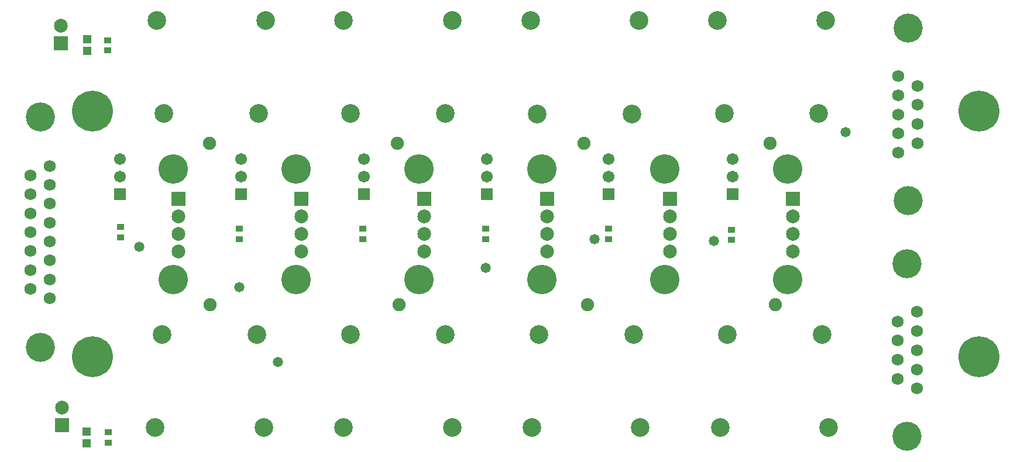
<source format=gts>
G04*
G04 #@! TF.GenerationSoftware,Altium Limited,Altium Designer,20.0.11 (256)*
G04*
G04 Layer_Color=8388736*
%FSLAX25Y25*%
%MOIN*%
G70*
G01*
G75*
%ADD14R,0.04737X0.05131*%
%ADD15R,0.04343X0.03556*%
%ADD16C,0.07493*%
%ADD17C,0.10642*%
%ADD18C,0.07847*%
%ADD19R,0.07847X0.07847*%
%ADD20C,0.06800*%
%ADD21C,0.16548*%
%ADD22R,0.06706X0.06706*%
%ADD23C,0.06706*%
%ADD24C,0.16800*%
%ADD25C,0.23300*%
%ADD26C,0.05800*%
D14*
X76500Y239154D02*
D03*
Y245847D02*
D03*
X76000Y15653D02*
D03*
Y22346D02*
D03*
D15*
X88000Y239547D02*
D03*
Y245453D02*
D03*
X88500Y16047D02*
D03*
Y21953D02*
D03*
X95500Y139000D02*
D03*
X95500Y133095D02*
D03*
X163000Y138000D02*
D03*
Y132095D02*
D03*
X233500Y138000D02*
D03*
Y132095D02*
D03*
X303500Y138000D02*
D03*
X303500Y132095D02*
D03*
X373500Y137953D02*
D03*
Y132047D02*
D03*
X443500Y137453D02*
D03*
Y131547D02*
D03*
D16*
X146000Y186500D02*
D03*
X253000D02*
D03*
X359500D02*
D03*
X465500D02*
D03*
X468500Y94500D02*
D03*
X361500D02*
D03*
X254000D02*
D03*
X146500D02*
D03*
D17*
X173974Y203500D02*
D03*
X120037D02*
D03*
X177911Y256650D02*
D03*
X116100D02*
D03*
X226437Y77650D02*
D03*
X280374D02*
D03*
X222500Y24500D02*
D03*
X284311D02*
D03*
X441000Y77650D02*
D03*
X494937D02*
D03*
X437063Y24500D02*
D03*
X498874D02*
D03*
X333626Y77650D02*
D03*
X387563D02*
D03*
X329689Y24500D02*
D03*
X391500D02*
D03*
X119126Y77650D02*
D03*
X173063D02*
D03*
X115189Y24500D02*
D03*
X177000D02*
D03*
X435300Y256650D02*
D03*
X497111D02*
D03*
X439237Y203500D02*
D03*
X493174D02*
D03*
X328900Y256500D02*
D03*
X390711D02*
D03*
X332837Y203350D02*
D03*
X386774D02*
D03*
X222500Y256650D02*
D03*
X284311D02*
D03*
X226437Y203500D02*
D03*
X280374D02*
D03*
D18*
X62000Y36000D02*
D03*
X61500Y253500D02*
D03*
X478500Y125000D02*
D03*
Y135000D02*
D03*
Y145000D02*
D03*
X408500D02*
D03*
Y135000D02*
D03*
Y125000D02*
D03*
X338500Y145000D02*
D03*
Y135000D02*
D03*
Y125000D02*
D03*
X268500Y145000D02*
D03*
Y135000D02*
D03*
Y125000D02*
D03*
X198500Y145000D02*
D03*
Y135000D02*
D03*
Y125000D02*
D03*
X128500Y145000D02*
D03*
Y135000D02*
D03*
Y125000D02*
D03*
D19*
X62000Y26000D02*
D03*
X61500Y243500D02*
D03*
X478500Y155000D02*
D03*
X408500D02*
D03*
X338500D02*
D03*
X268500D02*
D03*
X198500D02*
D03*
X128500D02*
D03*
D20*
X55181Y162988D02*
D03*
Y152201D02*
D03*
Y141413D02*
D03*
Y130626D02*
D03*
Y119839D02*
D03*
Y109051D02*
D03*
X44000Y103638D02*
D03*
Y114425D02*
D03*
Y125213D02*
D03*
Y168362D02*
D03*
Y157575D02*
D03*
Y146787D02*
D03*
Y136000D02*
D03*
X55181Y173776D02*
D03*
Y98264D02*
D03*
X537910Y52335D02*
D03*
Y63240D02*
D03*
Y74146D02*
D03*
Y85051D02*
D03*
X549090Y90504D02*
D03*
Y79598D02*
D03*
Y46882D02*
D03*
Y57787D02*
D03*
Y68693D02*
D03*
X549500Y219406D02*
D03*
Y208500D02*
D03*
Y197594D02*
D03*
Y186689D02*
D03*
X538319Y181236D02*
D03*
Y192142D02*
D03*
Y224858D02*
D03*
Y213953D02*
D03*
Y203047D02*
D03*
D21*
X49591Y201610D02*
D03*
Y70390D02*
D03*
X543500Y19500D02*
D03*
Y117886D02*
D03*
X543910Y252240D02*
D03*
Y153854D02*
D03*
D22*
X444000Y157500D02*
D03*
X373500D02*
D03*
X304000D02*
D03*
X234000D02*
D03*
X164000D02*
D03*
X95000D02*
D03*
D23*
X444000Y167500D02*
D03*
Y177500D02*
D03*
X373500Y167500D02*
D03*
Y177500D02*
D03*
X304000Y167500D02*
D03*
Y177500D02*
D03*
X234000Y167500D02*
D03*
Y177500D02*
D03*
X164000Y167500D02*
D03*
Y177500D02*
D03*
X95000Y167500D02*
D03*
Y177500D02*
D03*
D24*
X475500Y109000D02*
D03*
Y172000D02*
D03*
X405500D02*
D03*
Y109000D02*
D03*
X335500Y172000D02*
D03*
Y109000D02*
D03*
X265500Y172000D02*
D03*
Y109000D02*
D03*
X195500Y172000D02*
D03*
Y109000D02*
D03*
X125500Y172000D02*
D03*
Y109000D02*
D03*
D25*
X584500Y65000D02*
D03*
Y205000D02*
D03*
X79500Y65000D02*
D03*
Y205000D02*
D03*
D26*
X163000Y104500D02*
D03*
X303500Y115500D02*
D03*
X433500Y131000D02*
D03*
X185000Y62000D02*
D03*
X508500Y193000D02*
D03*
X365500Y132000D02*
D03*
X106000Y127500D02*
D03*
M02*

</source>
